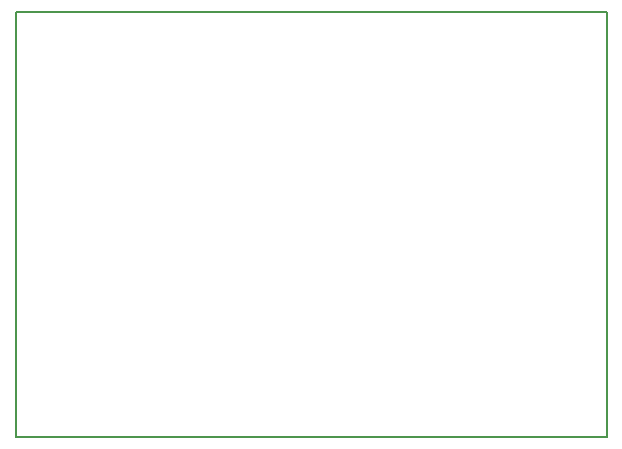
<source format=gbr>
%TF.GenerationSoftware,KiCad,Pcbnew,(7.0.0-0)*%
%TF.CreationDate,2024-03-24T23:26:04+02:00*%
%TF.ProjectId,MicroMouse Sensor ,4d696372-6f4d-46f7-9573-652053656e73,rev?*%
%TF.SameCoordinates,Original*%
%TF.FileFunction,Profile,NP*%
%FSLAX46Y46*%
G04 Gerber Fmt 4.6, Leading zero omitted, Abs format (unit mm)*
G04 Created by KiCad (PCBNEW (7.0.0-0)) date 2024-03-24 23:26:04*
%MOMM*%
%LPD*%
G01*
G04 APERTURE LIST*
%TA.AperFunction,Profile*%
%ADD10C,0.200000*%
%TD*%
G04 APERTURE END LIST*
D10*
X251249672Y-124731000D02*
X251249672Y-88731000D01*
X251249672Y-124731000D02*
X201249672Y-124731000D01*
X201249672Y-88731000D02*
X251249672Y-88731000D01*
X201249672Y-88731000D02*
X201249672Y-124731000D01*
M02*

</source>
